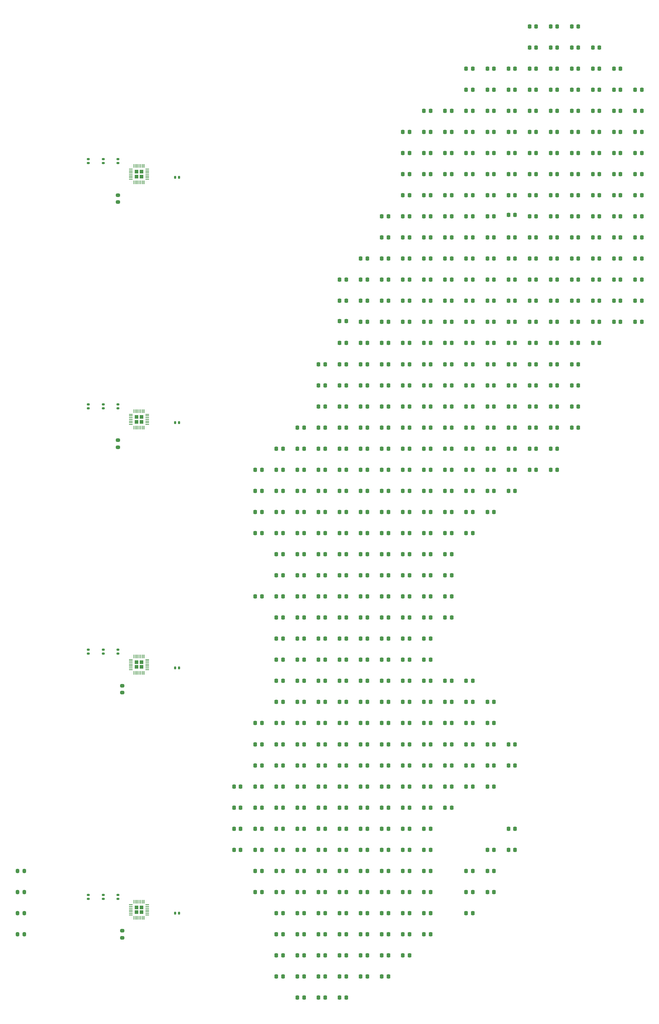
<source format=gtp>
G04 #@! TF.GenerationSoftware,KiCad,Pcbnew,7.0.9*
G04 #@! TF.CreationDate,2025-01-02T12:42:29+01:00*
G04 #@! TF.ProjectId,lightning-map,6c696768-746e-4696-9e67-2d6d61702e6b,rev?*
G04 #@! TF.SameCoordinates,Original*
G04 #@! TF.FileFunction,Paste,Top*
G04 #@! TF.FilePolarity,Positive*
%FSLAX46Y46*%
G04 Gerber Fmt 4.6, Leading zero omitted, Abs format (unit mm)*
G04 Created by KiCad (PCBNEW 7.0.9) date 2025-01-02 12:42:29*
%MOMM*%
%LPD*%
G01*
G04 APERTURE LIST*
G04 Aperture macros list*
%AMRoundRect*
0 Rectangle with rounded corners*
0 $1 Rounding radius*
0 $2 $3 $4 $5 $6 $7 $8 $9 X,Y pos of 4 corners*
0 Add a 4 corners polygon primitive as box body*
4,1,4,$2,$3,$4,$5,$6,$7,$8,$9,$2,$3,0*
0 Add four circle primitives for the rounded corners*
1,1,$1+$1,$2,$3*
1,1,$1+$1,$4,$5*
1,1,$1+$1,$6,$7*
1,1,$1+$1,$8,$9*
0 Add four rect primitives between the rounded corners*
20,1,$1+$1,$2,$3,$4,$5,0*
20,1,$1+$1,$4,$5,$6,$7,0*
20,1,$1+$1,$6,$7,$8,$9,0*
20,1,$1+$1,$8,$9,$2,$3,0*%
G04 Aperture macros list end*
%ADD10RoundRect,0.218750X-0.218750X-0.256250X0.218750X-0.256250X0.218750X0.256250X-0.218750X0.256250X0*%
%ADD11RoundRect,0.140000X-0.140000X-0.170000X0.140000X-0.170000X0.140000X0.170000X-0.140000X0.170000X0*%
%ADD12RoundRect,0.200000X-0.200000X-0.275000X0.200000X-0.275000X0.200000X0.275000X-0.200000X0.275000X0*%
%ADD13RoundRect,0.200000X0.275000X-0.200000X0.275000X0.200000X-0.275000X0.200000X-0.275000X-0.200000X0*%
%ADD14RoundRect,0.140000X-0.170000X0.140000X-0.170000X-0.140000X0.170000X-0.140000X0.170000X0.140000X0*%
%ADD15RoundRect,0.232500X-0.232500X-0.232500X0.232500X-0.232500X0.232500X0.232500X-0.232500X0.232500X0*%
%ADD16RoundRect,0.050000X-0.362500X-0.050000X0.362500X-0.050000X0.362500X0.050000X-0.362500X0.050000X0*%
%ADD17RoundRect,0.050000X-0.050000X-0.362500X0.050000X-0.362500X0.050000X0.362500X-0.050000X0.362500X0*%
%ADD18RoundRect,0.200000X0.200000X0.275000X-0.200000X0.275000X-0.200000X-0.275000X0.200000X-0.275000X0*%
G04 APERTURE END LIST*
D10*
X337500000Y-145000000D03*
X339075000Y-145000000D03*
X312500000Y-175000000D03*
X314075000Y-175000000D03*
X287500000Y-255000000D03*
X289075000Y-255000000D03*
X307500000Y-155000000D03*
X309075000Y-155000000D03*
X362500000Y-140000000D03*
X364075000Y-140000000D03*
X317500000Y-130000000D03*
X319075000Y-130000000D03*
X332500000Y-300000000D03*
X334075000Y-300000000D03*
D11*
X258520000Y-246950000D03*
X259480000Y-246950000D03*
D10*
X302500000Y-285000000D03*
X304075000Y-285000000D03*
X297500000Y-155000000D03*
X299075000Y-155000000D03*
X307500000Y-265000000D03*
X309075000Y-265000000D03*
X322500000Y-265000000D03*
X324075000Y-265000000D03*
X322500000Y-130000000D03*
X324075000Y-130000000D03*
X297500000Y-280000000D03*
X299075000Y-280000000D03*
X292500000Y-290000000D03*
X294075000Y-290000000D03*
X282500000Y-285000000D03*
X284075000Y-285000000D03*
X332500000Y-205000000D03*
X334075000Y-205000000D03*
X297500000Y-250000000D03*
X299075000Y-250000000D03*
X292500000Y-305000000D03*
X294075000Y-305000000D03*
X337500000Y-290000000D03*
X339075000Y-290000000D03*
X307500000Y-300000000D03*
X309075000Y-300000000D03*
X332500000Y-130000000D03*
X334075000Y-130000000D03*
X347500000Y-135000000D03*
X349075000Y-135000000D03*
X347500000Y-180000000D03*
X349075000Y-180000000D03*
X287500000Y-285000000D03*
X289075000Y-285000000D03*
X337500000Y-190000000D03*
X339075000Y-190000000D03*
X342500000Y-95000000D03*
X344075000Y-95000000D03*
X322500000Y-155000000D03*
X324075000Y-155000000D03*
X287500000Y-265000000D03*
X289075000Y-265000000D03*
X327500000Y-275000000D03*
X329075000Y-275000000D03*
X302500000Y-165000000D03*
X304075000Y-165000000D03*
X302500000Y-205000000D03*
X304075000Y-205000000D03*
X347500000Y-185000000D03*
X349075000Y-185000000D03*
X342500000Y-150000000D03*
X344075000Y-150000000D03*
X297500000Y-215000000D03*
X299075000Y-215000000D03*
X332500000Y-270000000D03*
X334075000Y-270000000D03*
X282500000Y-220000000D03*
X284075000Y-220000000D03*
X347500000Y-155000000D03*
X349075000Y-155000000D03*
X312500000Y-185000000D03*
X314075000Y-185000000D03*
X347500000Y-140000000D03*
X349075000Y-140000000D03*
X287500000Y-310000000D03*
X289075000Y-310000000D03*
X312500000Y-270000000D03*
X314075000Y-270000000D03*
X292500000Y-230000000D03*
X294075000Y-230000000D03*
X337500000Y-265000000D03*
X339075000Y-265000000D03*
D12*
X221175000Y-305000000D03*
X222825000Y-305000000D03*
D10*
X367500000Y-115000000D03*
X369075000Y-115000000D03*
X272500000Y-285000000D03*
X274075000Y-285000000D03*
X292500000Y-285000000D03*
X294075000Y-285000000D03*
X327500000Y-300000000D03*
X329075000Y-300000000D03*
X342500000Y-110000000D03*
X344075000Y-110000000D03*
X287500000Y-240000000D03*
X289075000Y-240000000D03*
D11*
X258520000Y-188850000D03*
X259480000Y-188850000D03*
D10*
X327500000Y-205000000D03*
X329075000Y-205000000D03*
X307500000Y-180000000D03*
X309075000Y-180000000D03*
X282500000Y-305000000D03*
X284075000Y-305000000D03*
X312500000Y-255000000D03*
X314075000Y-255000000D03*
X302500000Y-280000000D03*
X304075000Y-280000000D03*
X347500000Y-115000000D03*
X349075000Y-115000000D03*
X317500000Y-280000000D03*
X319075000Y-280000000D03*
X357500000Y-145000000D03*
X359075000Y-145000000D03*
X317500000Y-290000000D03*
X319075000Y-290000000D03*
X292500000Y-325000000D03*
X294075000Y-325000000D03*
X357500000Y-135000000D03*
X359075000Y-135000000D03*
X317500000Y-305000000D03*
X319075000Y-305000000D03*
X322500000Y-200000000D03*
X324075000Y-200000000D03*
X302500000Y-195000000D03*
X304075000Y-195000000D03*
X312500000Y-245000000D03*
X314075000Y-245000000D03*
X287500000Y-195000000D03*
X289075000Y-195000000D03*
X292500000Y-215000000D03*
X294075000Y-215000000D03*
X342500000Y-130000000D03*
X344075000Y-130000000D03*
X307500000Y-305000000D03*
X309075000Y-305000000D03*
X347500000Y-160000000D03*
X349075000Y-160000000D03*
X317500000Y-235000000D03*
X319075000Y-235000000D03*
X337500000Y-139640000D03*
X339075000Y-139640000D03*
X297500000Y-300000000D03*
X299075000Y-300000000D03*
X367500000Y-160000000D03*
X369075000Y-160000000D03*
X292500000Y-240000000D03*
X294075000Y-240000000D03*
X327500000Y-210000000D03*
X329075000Y-210000000D03*
X322500000Y-170000000D03*
X324075000Y-170000000D03*
X307500000Y-210000000D03*
X309075000Y-210000000D03*
X317500000Y-265000000D03*
X319075000Y-265000000D03*
X282500000Y-250000000D03*
X284075000Y-250000000D03*
X287500000Y-280000000D03*
X289075000Y-280000000D03*
X337500000Y-180000000D03*
X339075000Y-180000000D03*
X307500000Y-160000000D03*
X309075000Y-160000000D03*
X337500000Y-175000000D03*
X339075000Y-175000000D03*
X322500000Y-160000000D03*
X324075000Y-160000000D03*
X347500000Y-170000000D03*
X349075000Y-170000000D03*
X322500000Y-175000000D03*
X324075000Y-175000000D03*
X277500000Y-285000000D03*
X279075000Y-285000000D03*
X307500000Y-215000000D03*
X309075000Y-215000000D03*
X307500000Y-235000000D03*
X309075000Y-235000000D03*
X277500000Y-260000000D03*
X279075000Y-260000000D03*
X312500000Y-295000000D03*
X314075000Y-295000000D03*
X322500000Y-255000000D03*
X324075000Y-255000000D03*
X307500000Y-230000000D03*
X309075000Y-230000000D03*
X362500000Y-130000000D03*
X364075000Y-130000000D03*
X317500000Y-170000000D03*
X319075000Y-170000000D03*
X302500000Y-150000000D03*
X304075000Y-150000000D03*
X352500000Y-125000000D03*
X354075000Y-125000000D03*
X332500000Y-165000000D03*
X334075000Y-165000000D03*
X332500000Y-210000000D03*
X334075000Y-210000000D03*
X312500000Y-260000000D03*
X314075000Y-260000000D03*
X297500000Y-315000000D03*
X299075000Y-315000000D03*
X292500000Y-265000000D03*
X294075000Y-265000000D03*
X282500000Y-310000000D03*
X284075000Y-310000000D03*
X332500000Y-120000000D03*
X334075000Y-120000000D03*
X357500000Y-105000000D03*
X359075000Y-105000000D03*
X332500000Y-190000000D03*
X334075000Y-190000000D03*
X292500000Y-235000000D03*
X294075000Y-235000000D03*
X307500000Y-275000000D03*
X309075000Y-275000000D03*
X307500000Y-225000000D03*
X309075000Y-225000000D03*
X352500000Y-160000000D03*
X354075000Y-160000000D03*
X347500000Y-145000000D03*
X349075000Y-145000000D03*
X302500000Y-300000000D03*
X304075000Y-300000000D03*
X307500000Y-140000000D03*
X309075000Y-140000000D03*
X362500000Y-105000000D03*
X364075000Y-105000000D03*
X312500000Y-290000000D03*
X314075000Y-290000000D03*
X327500000Y-140000000D03*
X329075000Y-140000000D03*
X287500000Y-295000000D03*
X289075000Y-295000000D03*
X357500000Y-140000000D03*
X359075000Y-140000000D03*
X342500000Y-190000000D03*
X344075000Y-190000000D03*
X312500000Y-170000000D03*
X314075000Y-170000000D03*
X307500000Y-260000000D03*
X309075000Y-260000000D03*
X282500000Y-280000000D03*
X284075000Y-280000000D03*
X297500000Y-225000000D03*
X299075000Y-225000000D03*
X302500000Y-305000000D03*
X304075000Y-305000000D03*
D13*
X246000000Y-310825000D03*
X246000000Y-309175000D03*
X245000000Y-194675000D03*
X245000000Y-193025000D03*
D10*
X342500000Y-155000000D03*
X344075000Y-155000000D03*
X317500000Y-145000000D03*
X319075000Y-145000000D03*
X322500000Y-260000000D03*
X324075000Y-260000000D03*
X347500000Y-130000000D03*
X349075000Y-130000000D03*
X317500000Y-175000000D03*
X319075000Y-175000000D03*
X317500000Y-180000000D03*
X319075000Y-180000000D03*
X317500000Y-205000000D03*
X319075000Y-205000000D03*
X317500000Y-120000000D03*
X319075000Y-120000000D03*
X342500000Y-180000000D03*
X344075000Y-180000000D03*
X277500000Y-265000000D03*
X279075000Y-265000000D03*
X307500000Y-250000000D03*
X309075000Y-250000000D03*
X362500000Y-155000000D03*
X364075000Y-155000000D03*
X342500000Y-105000000D03*
X344075000Y-105000000D03*
X312500000Y-280000000D03*
X314075000Y-280000000D03*
X312500000Y-235000000D03*
X314075000Y-235000000D03*
X327500000Y-145000000D03*
X329075000Y-145000000D03*
X352500000Y-175000000D03*
X354075000Y-175000000D03*
X357500000Y-110000000D03*
X359075000Y-110000000D03*
X277500000Y-200000000D03*
X279075000Y-200000000D03*
X317500000Y-150000000D03*
X319075000Y-150000000D03*
X347500000Y-190000000D03*
X349075000Y-190000000D03*
X322500000Y-205000000D03*
X324075000Y-205000000D03*
X312500000Y-145000000D03*
X314075000Y-145000000D03*
X292500000Y-210000000D03*
X294075000Y-210000000D03*
X322500000Y-120000000D03*
X324075000Y-120000000D03*
X307500000Y-240000000D03*
X309075000Y-240000000D03*
X327500000Y-185000000D03*
X329075000Y-185000000D03*
X302500000Y-225000000D03*
X304075000Y-225000000D03*
X327500000Y-260000000D03*
X329075000Y-260000000D03*
X287500000Y-320000000D03*
X289075000Y-320000000D03*
X282500000Y-265000000D03*
X284075000Y-265000000D03*
X302500000Y-315000000D03*
X304075000Y-315000000D03*
X337500000Y-160000000D03*
X339075000Y-160000000D03*
X312500000Y-165000000D03*
X314075000Y-165000000D03*
X282500000Y-205000000D03*
X284075000Y-205000000D03*
X332500000Y-260000000D03*
X334075000Y-260000000D03*
X332500000Y-110000000D03*
X334075000Y-110000000D03*
X322500000Y-275000000D03*
X324075000Y-275000000D03*
D14*
X241500000Y-300653334D03*
X241500000Y-301613334D03*
D10*
X297500000Y-310000000D03*
X299075000Y-310000000D03*
X352500000Y-100000000D03*
X354075000Y-100000000D03*
X302500000Y-160000000D03*
X304075000Y-160000000D03*
X297500000Y-235000000D03*
X299075000Y-235000000D03*
X317500000Y-240000000D03*
X319075000Y-240000000D03*
X282500000Y-270000000D03*
X284075000Y-270000000D03*
X312500000Y-215000000D03*
X314075000Y-215000000D03*
X307500000Y-270000000D03*
X309075000Y-270000000D03*
X307500000Y-245000000D03*
X309075000Y-245000000D03*
X322500000Y-115000000D03*
X324075000Y-115000000D03*
X322500000Y-215000000D03*
X324075000Y-215000000D03*
X337500000Y-110000000D03*
X339075000Y-110000000D03*
X292500000Y-250000000D03*
X294075000Y-250000000D03*
D13*
X246000000Y-252775000D03*
X246000000Y-251125000D03*
D10*
X322500000Y-180000000D03*
X324075000Y-180000000D03*
D14*
X238000000Y-126453334D03*
X238000000Y-127413334D03*
D10*
X292500000Y-180000000D03*
X294075000Y-180000000D03*
X327500000Y-150000000D03*
X329075000Y-150000000D03*
X312500000Y-130000000D03*
X314075000Y-130000000D03*
X297500000Y-325000000D03*
X299075000Y-325000000D03*
X297500000Y-175000000D03*
X299075000Y-175000000D03*
X327500000Y-130000000D03*
X329075000Y-130000000D03*
X332500000Y-125000000D03*
X334075000Y-125000000D03*
X327500000Y-265000000D03*
X329075000Y-265000000D03*
X327500000Y-270000000D03*
X329075000Y-270000000D03*
X347500000Y-110000000D03*
X349075000Y-110000000D03*
X352500000Y-140000000D03*
X354075000Y-140000000D03*
X347500000Y-100000000D03*
X349075000Y-100000000D03*
X282500000Y-245000000D03*
X284075000Y-245000000D03*
X352500000Y-170000000D03*
X354075000Y-170000000D03*
X322500000Y-210000000D03*
X324075000Y-210000000D03*
X357500000Y-165000000D03*
X359075000Y-165000000D03*
D11*
X258520000Y-130800000D03*
X259480000Y-130800000D03*
D10*
X287500000Y-300000000D03*
X289075000Y-300000000D03*
X307500000Y-255000000D03*
X309075000Y-255000000D03*
X342500000Y-200000000D03*
X344075000Y-200000000D03*
X272500000Y-290000000D03*
X274075000Y-290000000D03*
X317500000Y-245000000D03*
X319075000Y-245000000D03*
X282500000Y-320000000D03*
X284075000Y-320000000D03*
X322500000Y-165000000D03*
X324075000Y-165000000D03*
X302500000Y-175000000D03*
X304075000Y-175000000D03*
X282500000Y-200000000D03*
X284075000Y-200000000D03*
X367500000Y-110000000D03*
X369075000Y-110000000D03*
X292500000Y-175000000D03*
X294075000Y-175000000D03*
X287500000Y-230000000D03*
X289075000Y-230000000D03*
X297500000Y-270000000D03*
X299075000Y-270000000D03*
X357500000Y-130000000D03*
X359075000Y-130000000D03*
X362500000Y-150000000D03*
X364075000Y-150000000D03*
X332500000Y-105000000D03*
X334075000Y-105000000D03*
X327500000Y-200000000D03*
X329075000Y-200000000D03*
X302500000Y-270000000D03*
X304075000Y-270000000D03*
X317500000Y-300000000D03*
X319075000Y-300000000D03*
X282500000Y-290000000D03*
X284075000Y-290000000D03*
X362500000Y-115000000D03*
X364075000Y-115000000D03*
X327500000Y-180000000D03*
X329075000Y-180000000D03*
X332500000Y-275000000D03*
X334075000Y-275000000D03*
X327500000Y-165000000D03*
X329075000Y-165000000D03*
X337500000Y-130000000D03*
X339075000Y-130000000D03*
X292500000Y-245000000D03*
X294075000Y-245000000D03*
X297500000Y-285000000D03*
X299075000Y-285000000D03*
X297500000Y-164820000D03*
X299075000Y-164820000D03*
X327500000Y-175000000D03*
X329075000Y-175000000D03*
X332500000Y-200000000D03*
X334075000Y-200000000D03*
X312500000Y-150000000D03*
X314075000Y-150000000D03*
X317500000Y-135000000D03*
X319075000Y-135000000D03*
X312500000Y-135000000D03*
X314075000Y-135000000D03*
X342500000Y-120000000D03*
X344075000Y-120000000D03*
D11*
X258520000Y-305000000D03*
X259480000Y-305000000D03*
D10*
X332500000Y-160000000D03*
X334075000Y-160000000D03*
X277500000Y-280000000D03*
X279075000Y-280000000D03*
X292500000Y-255000000D03*
X294075000Y-255000000D03*
X347500000Y-175000000D03*
X349075000Y-175000000D03*
X367500000Y-155000000D03*
X369075000Y-155000000D03*
X342500000Y-170000000D03*
X344075000Y-170000000D03*
X282500000Y-260000000D03*
X284075000Y-260000000D03*
X302500000Y-240000000D03*
X304075000Y-240000000D03*
X332500000Y-175000000D03*
X334075000Y-175000000D03*
X317500000Y-250000000D03*
X319075000Y-250000000D03*
X292500000Y-270000000D03*
X294075000Y-270000000D03*
X302500000Y-260000000D03*
X304075000Y-260000000D03*
X327500000Y-190000000D03*
X329075000Y-190000000D03*
X337500000Y-135000000D03*
X339075000Y-135000000D03*
D14*
X245000000Y-300653334D03*
X245000000Y-301613334D03*
D10*
X337500000Y-165000000D03*
X339075000Y-165000000D03*
D15*
X249425000Y-129425000D03*
X249425000Y-130575000D03*
X250575000Y-129425000D03*
X250575000Y-130575000D03*
D16*
X248062500Y-128800000D03*
X248062500Y-129200000D03*
X248062500Y-129600000D03*
X248062500Y-130000000D03*
X248062500Y-130400000D03*
X248062500Y-130800000D03*
X248062500Y-131200000D03*
D17*
X248800000Y-131937500D03*
X249200000Y-131937500D03*
X249600000Y-131937500D03*
X250000000Y-131937500D03*
X250400000Y-131937500D03*
X250800000Y-131937500D03*
X251200000Y-131937500D03*
D16*
X251937500Y-131200000D03*
X251937500Y-130800000D03*
X251937500Y-130400000D03*
X251937500Y-130000000D03*
X251937500Y-129600000D03*
X251937500Y-129200000D03*
X251937500Y-128800000D03*
D17*
X251200000Y-128062500D03*
X250800000Y-128062500D03*
X250400000Y-128062500D03*
X250000000Y-128062500D03*
X249600000Y-128062500D03*
X249200000Y-128062500D03*
X248800000Y-128062500D03*
D10*
X287500000Y-200000000D03*
X289075000Y-200000000D03*
X322500000Y-145000000D03*
X324075000Y-145000000D03*
X312500000Y-210000000D03*
X314075000Y-210000000D03*
X312500000Y-310000000D03*
X314075000Y-310000000D03*
X332500000Y-290000000D03*
X334075000Y-290000000D03*
X302500000Y-310000000D03*
X304075000Y-310000000D03*
X292500000Y-260000000D03*
X294075000Y-260000000D03*
X292500000Y-275000000D03*
X294075000Y-275000000D03*
X337500000Y-200000000D03*
X339075000Y-200000000D03*
X287500000Y-220000000D03*
X289075000Y-220000000D03*
X337500000Y-185000000D03*
X339075000Y-185000000D03*
X287500000Y-270000000D03*
X289075000Y-270000000D03*
X277500000Y-210000000D03*
X279075000Y-210000000D03*
X322500000Y-230000000D03*
X324075000Y-230000000D03*
X317500000Y-260000000D03*
X319075000Y-260000000D03*
X362500000Y-135000000D03*
X364075000Y-135000000D03*
X367500000Y-165000000D03*
X369075000Y-165000000D03*
X317500000Y-155000000D03*
X319075000Y-155000000D03*
X352500000Y-145000000D03*
X354075000Y-145000000D03*
X297500000Y-230000000D03*
X299075000Y-230000000D03*
X292500000Y-300000000D03*
X294075000Y-300000000D03*
X292500000Y-220000000D03*
X294075000Y-220000000D03*
X337500000Y-170000000D03*
X339075000Y-170000000D03*
X297500000Y-255000000D03*
X299075000Y-255000000D03*
X332500000Y-115000000D03*
X334075000Y-115000000D03*
X317500000Y-270000000D03*
X319075000Y-270000000D03*
X292500000Y-280000000D03*
X294075000Y-280000000D03*
X327500000Y-215000000D03*
X329075000Y-215000000D03*
X352500000Y-190000000D03*
X354075000Y-190000000D03*
X327500000Y-250000000D03*
X329075000Y-250000000D03*
D12*
X221175000Y-310000000D03*
X222825000Y-310000000D03*
D10*
X282500000Y-300000000D03*
X284075000Y-300000000D03*
X357500000Y-155000000D03*
X359075000Y-155000000D03*
X342500000Y-140000000D03*
X344075000Y-140000000D03*
X307500000Y-290000000D03*
X309075000Y-290000000D03*
X287500000Y-215000000D03*
X289075000Y-215000000D03*
X352500000Y-150000000D03*
X354075000Y-150000000D03*
X307500000Y-295000000D03*
X309075000Y-295000000D03*
X297500000Y-200000000D03*
X299075000Y-200000000D03*
X312500000Y-140000000D03*
X314075000Y-140000000D03*
X322500000Y-235000000D03*
X324075000Y-235000000D03*
X322500000Y-250000000D03*
X324075000Y-250000000D03*
X337500000Y-155000000D03*
X339075000Y-155000000D03*
X292500000Y-195000000D03*
X294075000Y-195000000D03*
X297500000Y-265000000D03*
X299075000Y-265000000D03*
X367500000Y-135000000D03*
X369075000Y-135000000D03*
X297500000Y-160000000D03*
X299075000Y-160000000D03*
X307500000Y-150000000D03*
X309075000Y-150000000D03*
X292500000Y-315000000D03*
X294075000Y-315000000D03*
D14*
X241500000Y-242586666D03*
X241500000Y-243546666D03*
D13*
X245000000Y-136625000D03*
X245000000Y-134975000D03*
D10*
X302500000Y-235000000D03*
X304075000Y-235000000D03*
D12*
X221175000Y-300000000D03*
X222825000Y-300000000D03*
D14*
X245000000Y-126453334D03*
X245000000Y-127413334D03*
D10*
X317500000Y-285000000D03*
X319075000Y-285000000D03*
X362500000Y-110000000D03*
X364075000Y-110000000D03*
X352500000Y-185000000D03*
X354075000Y-185000000D03*
X307500000Y-170000000D03*
X309075000Y-170000000D03*
X342500000Y-100000000D03*
X344075000Y-100000000D03*
X312500000Y-180000000D03*
X314075000Y-180000000D03*
X332500000Y-150000000D03*
X334075000Y-150000000D03*
X302500000Y-275000000D03*
X304075000Y-275000000D03*
X297500000Y-205000000D03*
X299075000Y-205000000D03*
D14*
X238000000Y-242586666D03*
X238000000Y-243546666D03*
D10*
X312500000Y-120000000D03*
X314075000Y-120000000D03*
X302500000Y-295000000D03*
X304075000Y-295000000D03*
X317500000Y-255000000D03*
X319075000Y-255000000D03*
X357500000Y-100000000D03*
X359075000Y-100000000D03*
X322500000Y-150000000D03*
X324075000Y-150000000D03*
D14*
X241500000Y-126453334D03*
X241500000Y-127413334D03*
D10*
X337500000Y-115000000D03*
X339075000Y-115000000D03*
X342500000Y-195000000D03*
X344075000Y-195000000D03*
X357500000Y-150000000D03*
X359075000Y-150000000D03*
X287500000Y-225000000D03*
X289075000Y-225000000D03*
X307500000Y-200000000D03*
X309075000Y-200000000D03*
X312500000Y-195000000D03*
X314075000Y-195000000D03*
X367500000Y-120000000D03*
X369075000Y-120000000D03*
X367500000Y-130000000D03*
X369075000Y-130000000D03*
X292500000Y-200000000D03*
X294075000Y-200000000D03*
X307500000Y-220000000D03*
X309075000Y-220000000D03*
X302500000Y-170000000D03*
X304075000Y-170000000D03*
X322500000Y-220000000D03*
X324075000Y-220000000D03*
X302500000Y-265000000D03*
X304075000Y-265000000D03*
X337500000Y-270000000D03*
X339075000Y-270000000D03*
X357500000Y-115000000D03*
X359075000Y-115000000D03*
X367500000Y-150000000D03*
X369075000Y-150000000D03*
X272500000Y-280000000D03*
X274075000Y-280000000D03*
X277500000Y-300000000D03*
X279075000Y-300000000D03*
X307500000Y-175000000D03*
X309075000Y-175000000D03*
X307500000Y-310000000D03*
X309075000Y-310000000D03*
X357500000Y-170000000D03*
X359075000Y-170000000D03*
X312500000Y-230000000D03*
X314075000Y-230000000D03*
X292500000Y-185000000D03*
X294075000Y-185000000D03*
X342500000Y-145000000D03*
X344075000Y-145000000D03*
X337500000Y-150000000D03*
X339075000Y-150000000D03*
X337500000Y-120000000D03*
X339075000Y-120000000D03*
X292500000Y-190000000D03*
X294075000Y-190000000D03*
X287500000Y-290000000D03*
X289075000Y-290000000D03*
X302500000Y-155000000D03*
X304075000Y-155000000D03*
X287500000Y-275000000D03*
X289075000Y-275000000D03*
X287500000Y-325000000D03*
X289075000Y-325000000D03*
X297500000Y-275000000D03*
X299075000Y-275000000D03*
X317500000Y-230000000D03*
X319075000Y-230000000D03*
X367500000Y-125000000D03*
X369075000Y-125000000D03*
X322500000Y-135000000D03*
X324075000Y-135000000D03*
X352500000Y-110000000D03*
X354075000Y-110000000D03*
X312500000Y-240000000D03*
X314075000Y-240000000D03*
X317500000Y-190000000D03*
X319075000Y-190000000D03*
X282500000Y-215000000D03*
X284075000Y-215000000D03*
X352500000Y-135000000D03*
X354075000Y-135000000D03*
X277500000Y-230000000D03*
X279075000Y-230000000D03*
X292500000Y-320000000D03*
X294075000Y-320000000D03*
X317500000Y-220000000D03*
X319075000Y-220000000D03*
X272500000Y-275000000D03*
X274075000Y-275000000D03*
X327500000Y-120000000D03*
X329075000Y-120000000D03*
X282500000Y-235000000D03*
X284075000Y-235000000D03*
X312500000Y-220000000D03*
X314075000Y-220000000D03*
X297500000Y-320000000D03*
X299075000Y-320000000D03*
X297500000Y-295000000D03*
X299075000Y-295000000D03*
X327500000Y-255000000D03*
X329075000Y-255000000D03*
X312500000Y-155000000D03*
X314075000Y-155000000D03*
D14*
X245000000Y-184520000D03*
X245000000Y-185480000D03*
D10*
X297500000Y-190000000D03*
X299075000Y-190000000D03*
X282500000Y-240000000D03*
X284075000Y-240000000D03*
X302500000Y-290000000D03*
X304075000Y-290000000D03*
X302500000Y-255000000D03*
X304075000Y-255000000D03*
X312500000Y-125000000D03*
X314075000Y-125000000D03*
X297500000Y-185000000D03*
X299075000Y-185000000D03*
X307500000Y-205000000D03*
X309075000Y-205000000D03*
X302500000Y-250000000D03*
X304075000Y-250000000D03*
X302500000Y-180000000D03*
X304075000Y-180000000D03*
X362500000Y-160000000D03*
X364075000Y-160000000D03*
X332500000Y-135000000D03*
X334075000Y-135000000D03*
X302500000Y-210000000D03*
X304075000Y-210000000D03*
X327500000Y-115000000D03*
X329075000Y-115000000D03*
X342500000Y-125000000D03*
X344075000Y-125000000D03*
X287500000Y-235000000D03*
X289075000Y-235000000D03*
X287500000Y-315000000D03*
X289075000Y-315000000D03*
X322500000Y-140000000D03*
X324075000Y-140000000D03*
X332500000Y-180000000D03*
X334075000Y-180000000D03*
X317500000Y-275000000D03*
X319075000Y-275000000D03*
X282500000Y-255000000D03*
X284075000Y-255000000D03*
X362500000Y-145000000D03*
X364075000Y-145000000D03*
X277500000Y-270000000D03*
X279075000Y-270000000D03*
X282500000Y-210000000D03*
X284075000Y-210000000D03*
X307500000Y-165000000D03*
X309075000Y-165000000D03*
X307500000Y-185000000D03*
X309075000Y-185000000D03*
X287500000Y-190000000D03*
X289075000Y-190000000D03*
X292500000Y-205000000D03*
X294075000Y-205000000D03*
X302500000Y-190000000D03*
X304075000Y-190000000D03*
X332500000Y-140000000D03*
X334075000Y-140000000D03*
X317500000Y-215000000D03*
X319075000Y-215000000D03*
X347500000Y-150000000D03*
X349075000Y-150000000D03*
X347500000Y-200000000D03*
X349075000Y-200000000D03*
X322500000Y-270000000D03*
X324075000Y-270000000D03*
X317500000Y-210000000D03*
X319075000Y-210000000D03*
X327500000Y-125000000D03*
X329075000Y-125000000D03*
X362500000Y-125000000D03*
X364075000Y-125000000D03*
D15*
X249425000Y-303625000D03*
X249425000Y-304775000D03*
X250575000Y-303625000D03*
X250575000Y-304775000D03*
D16*
X248062500Y-303000000D03*
X248062500Y-303400000D03*
X248062500Y-303800000D03*
X248062500Y-304200000D03*
X248062500Y-304600000D03*
X248062500Y-305000000D03*
X248062500Y-305400000D03*
D17*
X248800000Y-306137500D03*
X249200000Y-306137500D03*
X249600000Y-306137500D03*
X250000000Y-306137500D03*
X250400000Y-306137500D03*
X250800000Y-306137500D03*
X251200000Y-306137500D03*
D16*
X251937500Y-305400000D03*
X251937500Y-305000000D03*
X251937500Y-304600000D03*
X251937500Y-304200000D03*
X251937500Y-303800000D03*
X251937500Y-303400000D03*
X251937500Y-303000000D03*
D17*
X251200000Y-302262500D03*
X250800000Y-302262500D03*
X250400000Y-302262500D03*
X250000000Y-302262500D03*
X249600000Y-302262500D03*
X249200000Y-302262500D03*
X248800000Y-302262500D03*
D15*
X249425000Y-187491666D03*
X249425000Y-188641666D03*
X250575000Y-187491666D03*
X250575000Y-188641666D03*
D16*
X248062500Y-186866666D03*
X248062500Y-187266666D03*
X248062500Y-187666666D03*
X248062500Y-188066666D03*
X248062500Y-188466666D03*
X248062500Y-188866666D03*
X248062500Y-189266666D03*
D17*
X248800000Y-190004166D03*
X249200000Y-190004166D03*
X249600000Y-190004166D03*
X250000000Y-190004166D03*
X250400000Y-190004166D03*
X250800000Y-190004166D03*
X251200000Y-190004166D03*
D16*
X251937500Y-189266666D03*
X251937500Y-188866666D03*
X251937500Y-188466666D03*
X251937500Y-188066666D03*
X251937500Y-187666666D03*
X251937500Y-187266666D03*
X251937500Y-186866666D03*
D17*
X251200000Y-186129166D03*
X250800000Y-186129166D03*
X250400000Y-186129166D03*
X250000000Y-186129166D03*
X249600000Y-186129166D03*
X249200000Y-186129166D03*
X248800000Y-186129166D03*
D10*
X332500000Y-185000000D03*
X334075000Y-185000000D03*
X317500000Y-140000000D03*
X319075000Y-140000000D03*
X302500000Y-200000000D03*
X304075000Y-200000000D03*
X337500000Y-125000000D03*
X339075000Y-125000000D03*
X317500000Y-160000000D03*
X319075000Y-160000000D03*
X292500000Y-295000000D03*
X294075000Y-295000000D03*
X347500000Y-165000000D03*
X349075000Y-165000000D03*
X342500000Y-115000000D03*
X344075000Y-115000000D03*
X362500000Y-165000000D03*
X364075000Y-165000000D03*
X332500000Y-170000000D03*
X334075000Y-170000000D03*
X357500000Y-160000000D03*
X359075000Y-160000000D03*
X297500000Y-290000000D03*
X299075000Y-290000000D03*
X327500000Y-110000000D03*
X329075000Y-110000000D03*
X347500000Y-95000000D03*
X349075000Y-95000000D03*
X292500000Y-225000000D03*
X294075000Y-225000000D03*
X282500000Y-315000000D03*
X284075000Y-315000000D03*
X347500000Y-125000000D03*
X349075000Y-125000000D03*
X307500000Y-320000000D03*
X309075000Y-320000000D03*
X312500000Y-160000000D03*
X314075000Y-160000000D03*
X312500000Y-285000000D03*
X314075000Y-285000000D03*
X312500000Y-205000000D03*
X314075000Y-205000000D03*
X302500000Y-220000000D03*
X304075000Y-220000000D03*
X357500000Y-125000000D03*
X359075000Y-125000000D03*
X312500000Y-265000000D03*
X314075000Y-265000000D03*
X332500000Y-195000000D03*
X334075000Y-195000000D03*
X317500000Y-165000000D03*
X319075000Y-165000000D03*
X337500000Y-205000000D03*
X339075000Y-205000000D03*
X312500000Y-190000000D03*
X314075000Y-190000000D03*
X367500000Y-145000000D03*
X369075000Y-145000000D03*
X312500000Y-200000000D03*
X314075000Y-200000000D03*
X307500000Y-195000000D03*
X309075000Y-195000000D03*
X302500000Y-230000000D03*
X304075000Y-230000000D03*
X352500000Y-120000000D03*
X354075000Y-120000000D03*
X332500000Y-155000000D03*
X334075000Y-155000000D03*
X317500000Y-310000000D03*
X319075000Y-310000000D03*
D14*
X238000000Y-184520000D03*
X238000000Y-185480000D03*
D10*
X327500000Y-135000000D03*
X329075000Y-135000000D03*
X357500000Y-120000000D03*
X359075000Y-120000000D03*
X307500000Y-280000000D03*
X309075000Y-280000000D03*
X322500000Y-195000000D03*
X324075000Y-195000000D03*
X327500000Y-105000000D03*
X329075000Y-105000000D03*
X347500000Y-105000000D03*
X349075000Y-105000000D03*
X282500000Y-275000000D03*
X284075000Y-275000000D03*
X312500000Y-300000000D03*
X314075000Y-300000000D03*
X312500000Y-225000000D03*
X314075000Y-225000000D03*
X307500000Y-315000000D03*
X309075000Y-315000000D03*
X282500000Y-295000000D03*
X284075000Y-295000000D03*
X307500000Y-285000000D03*
X309075000Y-285000000D03*
D15*
X249425000Y-245558332D03*
X249425000Y-246708332D03*
X250575000Y-245558332D03*
X250575000Y-246708332D03*
D16*
X248062500Y-244933332D03*
X248062500Y-245333332D03*
X248062500Y-245733332D03*
X248062500Y-246133332D03*
X248062500Y-246533332D03*
X248062500Y-246933332D03*
X248062500Y-247333332D03*
D17*
X248800000Y-248070832D03*
X249200000Y-248070832D03*
X249600000Y-248070832D03*
X250000000Y-248070832D03*
X250400000Y-248070832D03*
X250800000Y-248070832D03*
X251200000Y-248070832D03*
D16*
X251937500Y-247333332D03*
X251937500Y-246933332D03*
X251937500Y-246533332D03*
X251937500Y-246133332D03*
X251937500Y-245733332D03*
X251937500Y-245333332D03*
X251937500Y-244933332D03*
D17*
X251200000Y-244195832D03*
X250800000Y-244195832D03*
X250400000Y-244195832D03*
X250000000Y-244195832D03*
X249600000Y-244195832D03*
X249200000Y-244195832D03*
X248800000Y-244195832D03*
D10*
X327500000Y-155000000D03*
X329075000Y-155000000D03*
X287500000Y-245000000D03*
X289075000Y-245000000D03*
X367500000Y-140000000D03*
X369075000Y-140000000D03*
X317500000Y-295000000D03*
X319075000Y-295000000D03*
X297500000Y-210000000D03*
X299075000Y-210000000D03*
X292500000Y-310000000D03*
X294075000Y-310000000D03*
X302500000Y-215000000D03*
X304075000Y-215000000D03*
X302500000Y-320000000D03*
X304075000Y-320000000D03*
X342500000Y-185000000D03*
X344075000Y-185000000D03*
X297500000Y-195000000D03*
X299075000Y-195000000D03*
X277500000Y-290000000D03*
X279075000Y-290000000D03*
X327500000Y-295000000D03*
X329075000Y-295000000D03*
X297500000Y-170000000D03*
X299075000Y-170000000D03*
X332500000Y-255000000D03*
X334075000Y-255000000D03*
X352500000Y-165000000D03*
X354075000Y-165000000D03*
X312500000Y-275000000D03*
X314075000Y-275000000D03*
X322500000Y-225000000D03*
X324075000Y-225000000D03*
X322500000Y-190000000D03*
X324075000Y-190000000D03*
X337500000Y-285000000D03*
X339075000Y-285000000D03*
X317500000Y-195000000D03*
X319075000Y-195000000D03*
X322500000Y-125000000D03*
X324075000Y-125000000D03*
X342500000Y-175000000D03*
X344075000Y-175000000D03*
X297500000Y-240000000D03*
X299075000Y-240000000D03*
X287500000Y-260000000D03*
X289075000Y-260000000D03*
X342500000Y-165000000D03*
X344075000Y-165000000D03*
X317500000Y-225000000D03*
X319075000Y-225000000D03*
X322500000Y-280000000D03*
X324075000Y-280000000D03*
X342500000Y-160000000D03*
X344075000Y-160000000D03*
X327500000Y-305000000D03*
X329075000Y-305000000D03*
X332500000Y-145000000D03*
X334075000Y-145000000D03*
X277500000Y-275000000D03*
X279075000Y-275000000D03*
X347500000Y-195000000D03*
X349075000Y-195000000D03*
X322500000Y-185000000D03*
X324075000Y-185000000D03*
X352500000Y-155000000D03*
X354075000Y-155000000D03*
X317500000Y-200000000D03*
X319075000Y-200000000D03*
X297500000Y-180000000D03*
X299075000Y-180000000D03*
X297500000Y-245000000D03*
X299075000Y-245000000D03*
X347500000Y-120000000D03*
X349075000Y-120000000D03*
X297500000Y-305000000D03*
X299075000Y-305000000D03*
X317500000Y-125000000D03*
X319075000Y-125000000D03*
X327500000Y-195000000D03*
X329075000Y-195000000D03*
X362500000Y-120000000D03*
X364075000Y-120000000D03*
X282500000Y-230000000D03*
X284075000Y-230000000D03*
X337500000Y-195000000D03*
X339075000Y-195000000D03*
D14*
X245000000Y-242586666D03*
X245000000Y-243546666D03*
X238000000Y-300653334D03*
X238000000Y-301613334D03*
D10*
X277500000Y-215000000D03*
X279075000Y-215000000D03*
X352500000Y-115000000D03*
X354075000Y-115000000D03*
X297500000Y-220000000D03*
X299075000Y-220000000D03*
X287500000Y-205000000D03*
X289075000Y-205000000D03*
X317500000Y-185000000D03*
X319075000Y-185000000D03*
X312500000Y-305000000D03*
X314075000Y-305000000D03*
X282500000Y-225000000D03*
X284075000Y-225000000D03*
X317500000Y-115000000D03*
X319075000Y-115000000D03*
X337500000Y-105000000D03*
X339075000Y-105000000D03*
X287500000Y-305000000D03*
X289075000Y-305000000D03*
X352500000Y-95000000D03*
X354075000Y-95000000D03*
X277500000Y-205000000D03*
X279075000Y-205000000D03*
X327500000Y-160000000D03*
X329075000Y-160000000D03*
X287500000Y-250000000D03*
X289075000Y-250000000D03*
X307500000Y-145000000D03*
X309075000Y-145000000D03*
X282500000Y-195000000D03*
X284075000Y-195000000D03*
X352500000Y-180000000D03*
X354075000Y-180000000D03*
X287500000Y-210000000D03*
X289075000Y-210000000D03*
D14*
X241500000Y-184520000D03*
X241500000Y-185480000D03*
D10*
X352500000Y-105000000D03*
X354075000Y-105000000D03*
X352500000Y-130000000D03*
X354075000Y-130000000D03*
X302500000Y-245000000D03*
X304075000Y-245000000D03*
X277500000Y-295000000D03*
X279075000Y-295000000D03*
X312500000Y-250000000D03*
X314075000Y-250000000D03*
X327500000Y-170000000D03*
X329075000Y-170000000D03*
D18*
X222825000Y-295000000D03*
X221175000Y-295000000D03*
D10*
X332500000Y-265000000D03*
X334075000Y-265000000D03*
X297500000Y-260000000D03*
X299075000Y-260000000D03*
X307500000Y-190000000D03*
X309075000Y-190000000D03*
X312500000Y-315000000D03*
X314075000Y-315000000D03*
X332500000Y-295000000D03*
X334075000Y-295000000D03*
X302500000Y-185000000D03*
X304075000Y-185000000D03*
X342500000Y-135000000D03*
X344075000Y-135000000D03*
M02*

</source>
